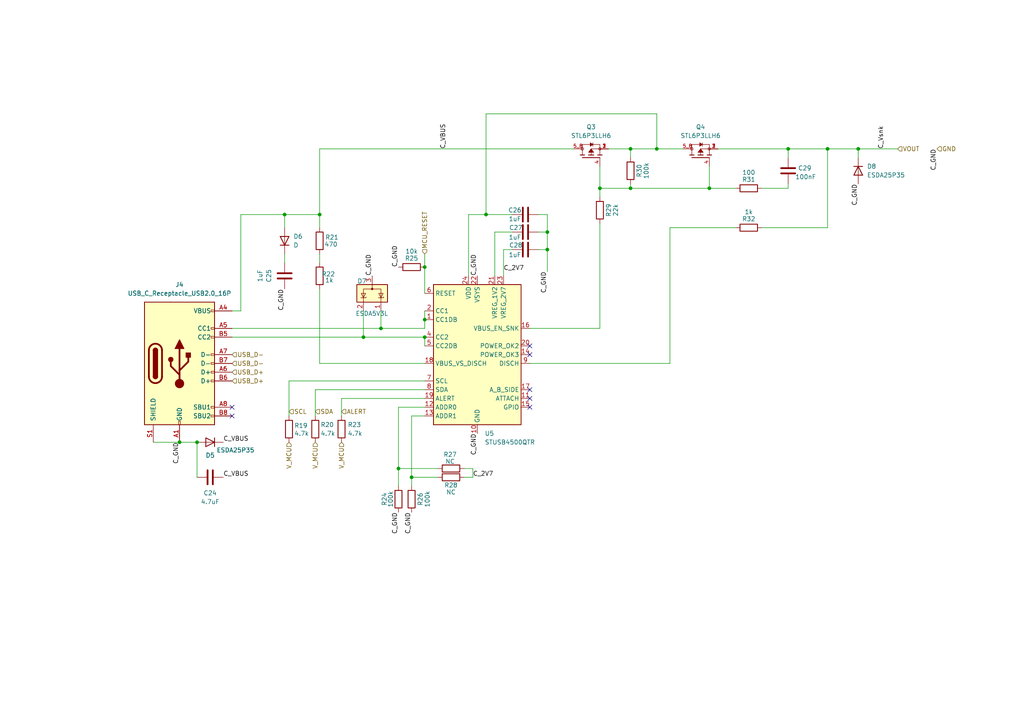
<source format=kicad_sch>
(kicad_sch (version 20250114) (generator "eeschema") (generator_version "9.0")
  (paper "A4")
  (lib_symbols
    (symbol "Connector:USB_C_Receptacle_USB2.0_16P" (pin_names (offset 1.016))
      (property "Reference" "J" (at 0 22.225 0))
      (property "Value" "USB_C_Receptacle_USB2.0_16P" (at 0 19.685 0))
      (symbol "USB_C_Receptacle_USB2.0_16P_0_0"
        (rectangle (start -0.254 -17.78) (end 0.254 -16.764))
        (rectangle (start 10.16 15.494) (end 9.144 14.986))
        (rectangle (start 10.16 10.414) (end 9.144 9.906))
        (rectangle (start 10.16 7.874) (end 9.144 7.366))
        (rectangle (start 10.16 2.794) (end 9.144 2.286))
        (rectangle (start 10.16 0.254) (end 9.144 -0.254))
        (rectangle (start 10.16 -2.286) (end 9.144 -2.794))
        (rectangle (start 10.16 -4.826) (end 9.144 -5.334))
        (rectangle (start 10.16 -12.446) (end 9.144 -12.954))
        (rectangle (start 10.16 -14.986) (end 9.144 -15.494))
      )
      (symbol "USB_C_Receptacle_USB2.0_16P_0_1"
        (rectangle (start -10.16 17.78) (end 10.16 -17.78) (stroke (width 0.254)) (fill (type background)))
        (polyline (pts (xy -8.89 -3.81) (xy -8.89 3.81)) (stroke (width 0.508)))
        (rectangle (start -7.62 -3.81) (end -6.35 3.81) (stroke (width 0.254)) (fill (type outline)))
        (arc (start -7.62 3.81) (mid -6.985 4.4423) (end -6.35 3.81) (stroke (width 0.254)))
        (arc (start -7.62 3.81) (mid -6.985 4.4423) (end -6.35 3.81) (stroke (width 0.254)) (fill (type outline)))
        (arc (start -8.89 3.81) (mid -6.985 5.7067) (end -5.08 3.81) (stroke (width 0.508)))
        (arc (start -5.08 -3.81) (mid -6.985 -5.7067) (end -8.89 -3.81) (stroke (width 0.508)))
        (arc (start -6.35 -3.81) (mid -6.985 -4.4423) (end -7.62 -3.81) (stroke (width 0.254)))
        (arc (start -6.35 -3.81) (mid -6.985 -4.4423) (end -7.62 -3.81) (stroke (width 0.254)) (fill (type outline)))
        (polyline (pts (xy -5.08 3.81) (xy -5.08 -3.81)) (stroke (width 0.508)))
        (circle (center -2.54 1.143) (radius 0.635) (stroke (width 0.254)) (fill (type outline)))
        (polyline (pts (xy -1.27 4.318) (xy 0 6.858) (xy 1.27 4.318) (xy -1.27 4.318)) (stroke (width 0.254)) (fill (type outline)))
        (polyline (pts (xy 0 -2.032) (xy 2.54 0.508) (xy 2.54 1.778)) (stroke (width 0.508)))
        (polyline (pts (xy 0 -3.302) (xy -2.54 -0.762) (xy -2.54 0.508)) (stroke (width 0.508)))
        (polyline (pts (xy 0 -5.842) (xy 0 4.318)) (stroke (width 0.508)))
        (circle (center 0 -5.842) (radius 1.27) (fill (type outline)))
        (rectangle (start 1.905 1.778) (end 3.175 3.048) (stroke (width 0.254)) (fill (type outline)))
      )
      (symbol "USB_C_Receptacle_USB2.0_16P_1_1"
        (pin passive line (at -7.62 -22.86 90) (length 5.08) (name "SHIELD") (number "S1"))
        (pin passive line (at 0 -22.86 90) (length 5.08) (name "GND") (number "A1"))
        (pin passive line (at 0 -22.86 90) (length 5.08) (hide yes) (name "GND") (number "A12"))
        (pin passive line (at 0 -22.86 90) (length 5.08) (hide yes) (name "GND") (number "B1"))
        (pin passive line (at 0 -22.86 90) (length 5.08) (hide yes) (name "GND") (number "B12"))
        (pin passive line (at 15.24 15.24 180) (length 5.08) (name "VBUS") (number "A4"))
        (pin passive line (at 15.24 15.24 180) (length 5.08) (hide yes) (name "VBUS") (number "A9"))
        (pin passive line (at 15.24 15.24 180) (length 5.08) (hide yes) (name "VBUS") (number "B4"))
        (pin passive line (at 15.24 15.24 180) (length 5.08) (hide yes) (name "VBUS") (number "B9"))
        (pin bidirectional line (at 15.24 10.16 180) (length 5.08) (name "CC1") (number "A5"))
        (pin bidirectional line (at 15.24 7.62 180) (length 5.08) (name "CC2") (number "B5"))
        (pin bidirectional line (at 15.24 2.54 180) (length 5.08) (name "D-") (number "A7"))
        (pin bidirectional line (at 15.24 0 180) (length 5.08) (name "D-") (number "B7"))
        (pin bidirectional line (at 15.24 -2.54 180) (length 5.08) (name "D+") (number "A6"))
        (pin bidirectional line (at 15.24 -5.08 180) (length 5.08) (name "D+") (number "B6"))
        (pin bidirectional line (at 15.24 -12.7 180) (length 5.08) (name "SBU1") (number "A8"))
        (pin bidirectional line (at 15.24 -15.24 180) (length 5.08) (name "SBU2") (number "B8"))
      )
    )
    (symbol "Device:C" (pin_numbers (hide yes)) (pin_names (offset 0.254))
      (property "Reference" "C" (at 0.635 2.54 0))
      (property "Value" "C" (at 0.635 -2.54 0))
      (symbol "C_0_1"
        (polyline (pts (xy -2.032 0.762) (xy 2.032 0.762)) (stroke (width 0.508)))
        (polyline (pts (xy -2.032 -0.762) (xy 2.032 -0.762)) (stroke (width 0.508)))
      )
      (symbol "C_1_1"
        (pin passive line (at 0 3.81 270) (length 2.794) (name "~") (number "1"))
        (pin passive line (at 0 -3.81 90) (length 2.794) (name "~") (number "2"))
      )
    )
    (symbol "Device:D" (pin_numbers (hide yes)) (pin_names (offset 1.016) (hide yes))
      (property "Reference" "D" (at 0 2.54 0))
      (property "Value" "D" (at 0 -2.54 0))
      (symbol "D_0_1"
        (polyline (pts (xy -1.27 1.27) (xy -1.27 -1.27)) (stroke (width 0.254)))
        (polyline (pts (xy 1.27 1.27) (xy 1.27 -1.27) (xy -1.27 0) (xy 1.27 1.27)) (stroke (width 0.254)))
        (polyline (pts (xy 1.27 0) (xy -1.27 0)))
      )
      (symbol "D_1_1"
        (pin passive line (at -3.81 0 0) (length 2.54) (name "K") (number "1"))
        (pin passive line (at 3.81 0 180) (length 2.54) (name "A") (number "2"))
      )
    )
    (symbol "Device:R" (pin_numbers (hide yes)) (pin_names (offset 0))
      (property "Reference" "R" (at 2.032 0 90))
      (property "Value" "R" (at 0 0 90))
      (symbol "R_0_1"
        (rectangle (start -1.016 -2.54) (end 1.016 2.54) (stroke (width 0.254)))
      )
      (symbol "R_1_1"
        (pin passive line (at 0 3.81 270) (length 1.27) (name "~") (number "1"))
        (pin passive line (at 0 -3.81 90) (length 1.27) (name "~") (number "2"))
      )
    )
    (symbol "Interface_USB:STUSB4500QTR"
      (property "Reference" "U" (at -12.7 21.59 0))
      (property "Value" "STUSB4500QTR" (at 8.89 -21.59 0))
      (symbol "STUSB4500QTR_0_1"
        (rectangle (start -12.7 20.32) (end 12.7 -20.32) (stroke (width 0.254)) (fill (type background)))
      )
      (symbol "STUSB4500QTR_1_1"
        (pin input line (at -15.24 17.78 0) (length 2.54) (name "RESET") (number "6"))
        (pin bidirectional line (at -15.24 12.7 0) (length 2.54) (name "CC1") (number "2"))
        (pin bidirectional line (at -15.24 10.16 0) (length 2.54) (name "CC1DB") (number "1"))
        (pin bidirectional line (at -15.24 5.08 0) (length 2.54) (name "CC2") (number "4"))
        (pin bidirectional line (at -15.24 2.54 0) (length 2.54) (name "CC2DB") (number "5"))
        (pin input line (at -15.24 -2.54 0) (length 2.54) (name "VBUS_VS_DISCH") (number "18"))
        (pin input line (at -15.24 -7.62 0) (length 2.54) (name "SCL") (number "7"))
        (pin bidirectional line (at -15.24 -10.16 0) (length 2.54) (name "SDA") (number "8"))
        (pin open_collector line (at -15.24 -12.7 0) (length 2.54) (name "ALERT") (number "19"))
        (pin input line (at -15.24 -15.24 0) (length 2.54) (name "ADDR0") (number "12"))
        (pin input line (at -15.24 -17.78 0) (length 2.54) (name "ADDR1") (number "13"))
        (pin no_connect line (at -12.7 15.24 0) (length 2.54) (hide yes) (name "NC") (number "3"))
        (pin power_in line (at -2.54 22.86 270) (length 2.54) (name "VDD") (number "24"))
        (pin power_in line (at 0 22.86 270) (length 2.54) (name "VSYS") (number "22"))
        (pin power_in line (at 0 -22.86 90) (length 2.54) (name "GND") (number "10"))
        (pin passive line (at 0 -22.86 90) (length 2.54) (hide yes) (name "GND") (number "25"))
        (pin power_out line (at 5.08 22.86 270) (length 2.54) (name "VREG_1V2") (number "21"))
        (pin power_out line (at 7.62 22.86 270) (length 2.54) (name "VREG_2V7") (number "23"))
        (pin open_collector line (at 15.24 7.62 180) (length 2.54) (name "VBUS_EN_SNK") (number "16"))
        (pin open_collector line (at 15.24 2.54 180) (length 2.54) (name "POWER_OK2") (number "20"))
        (pin open_collector line (at 15.24 0 180) (length 2.54) (name "POWER_OK3") (number "14"))
        (pin bidirectional line (at 15.24 -2.54 180) (length 2.54) (name "DISCH") (number "9"))
        (pin open_collector line (at 15.24 -10.16 180) (length 2.54) (name "A_B_SIDE") (number "17"))
        (pin open_collector line (at 15.24 -12.7 180) (length 2.54) (name "ATTACH") (number "11"))
        (pin open_collector line (at 15.24 -15.24 180) (length 2.54) (name "GPIO") (number "15"))
      )
    )
    (symbol "Power_Protection:ESDA5V3L" (pin_names (hide yes))
      (property "Reference" "D" (at 5.715 2.54 0))
      (property "Value" "ESDA5V3L" (at 5.715 0.635 0))
      (symbol "ESDA5V3L_0_0"
        (pin passive line (at 0 -5.08 90) (length 2.54) (name "A") (number "3"))
      )
      (symbol "ESDA5V3L_0_1"
        (rectangle (start -4.445 2.54) (end 4.445 -2.54) (stroke (width 0.254)) (fill (type background)))
        (polyline (pts (xy -3.302 1.016) (xy -3.302 1.27) (xy -1.905 1.27) (xy -1.778 1.27)))
        (polyline (pts (xy -2.54 2.54) (xy -2.54 1.27)))
        (polyline (pts (xy -2.54 1.27) (xy -2.54 -1.27) (xy 2.54 -1.27) (xy 2.54 1.27)))
        (polyline (pts (xy -2.54 1.27) (xy -1.905 0) (xy -3.175 0) (xy -2.54 1.27)))
        (polyline (pts (xy 0 -1.27) (xy 0 -2.54)))
        (circle (center 0 -1.27) (radius 0.254) (fill (type outline)))
        (polyline (pts (xy 1.778 1.016) (xy 1.778 1.27) (xy 3.175 1.27) (xy 3.302 1.27)))
        (polyline (pts (xy 2.54 2.54) (xy 2.54 1.27)))
        (polyline (pts (xy 2.54 1.27) (xy 1.905 0) (xy 3.175 0) (xy 2.54 1.27)))
      )
      (symbol "ESDA5V3L_1_1"
        (pin passive line (at -2.54 5.08 270) (length 2.54) (name "K") (number "1"))
        (pin passive line (at 2.54 5.08 270) (length 2.54) (name "K") (number "2"))
      )
    )
    (symbol "STL6P3LLH6:STL6P3LLH6" (pin_names (offset 1.016))
      (property "Reference" "Q" (at -8.89 3.81 0))
      (property "Value" "STL6P3LLH6" (at -8.89 -6.35 0))
      (symbol "STL6P3LLH6_0_0"
        (polyline (pts (xy 0 -2.54) (xy 0 2.54)) (stroke (width 0.254)))
        (polyline (pts (xy 0.762 2.54) (xy 0.762 3.175)) (stroke (width 0.254)))
        (polyline (pts (xy 0.762 1.905) (xy 0.762 2.54)) (stroke (width 0.254)))
        (polyline (pts (xy 0.762 0) (xy 0.762 0.762)) (stroke (width 0.254)))
        (polyline (pts (xy 0.762 0) (xy 2.54 0)) (stroke (width 0.1524)))
        (polyline (pts (xy 0.762 -0.762) (xy 0.762 0)) (stroke (width 0.254)))
        (polyline (pts (xy 0.762 -2.54) (xy 0.762 -1.905)) (stroke (width 0.254)))
        (polyline (pts (xy 0.762 -2.54) (xy 3.81 -2.54)) (stroke (width 0.1524)))
        (polyline (pts (xy 0.762 -3.175) (xy 0.762 -2.54)) (stroke (width 0.254)))
        (polyline (pts (xy 2.54 2.54) (xy 0.762 2.54)) (stroke (width 0.1524)))
        (polyline (pts (xy 2.54 2.54) (xy 3.81 2.54)) (stroke (width 0.1524)))
        (circle (center 2.54 2.54) (radius 0.3592))
        (polyline (pts (xy 2.54 0) (xy 2.54 2.54)) (stroke (width 0.1524)))
        (polyline (pts (xy 2.54 0) (xy 1.524 0.762) (xy 1.524 -0.762) (xy 2.54 0)) (stroke (width 0.1524)) (fill (type outline)))
        (circle (center 2.54 -2.54) (radius 0.3592))
        (polyline (pts (xy 3.302 0.508) (xy 3.81 0.508)) (stroke (width 0.1524)))
        (polyline (pts (xy 3.81 0.508) (xy 3.81 2.54)) (stroke (width 0.1524)))
        (polyline (pts (xy 3.81 0.508) (xy 4.318 0.508)) (stroke (width 0.1524)))
        (polyline (pts (xy 3.81 0.508) (xy 4.318 -0.254) (xy 3.302 -0.254) (xy 3.81 0.508)) (stroke (width 0.1524)) (fill (type outline)))
        (polyline (pts (xy 3.81 -2.54) (xy 3.81 0.508)) (stroke (width 0.1524)))
        (pin passive line (at -2.54 2.54 0) (length 2.54) (name "~") (number "4"))
        (pin passive line (at 2.54 5.08 270) (length 2.54) (name "~") (number "1"))
        (pin passive line (at 2.54 5.08 270) (length 2.54) (name "~") (number "2"))
        (pin passive line (at 2.54 5.08 270) (length 2.54) (name "~") (number "3"))
        (pin passive line (at 2.54 -5.08 90) (length 2.54) (name "~") (number "5_8"))
      )
    )
  )
  (junction (at 105.41 97.79))
  (junction (at 190.5 43.18))
  (junction (at 140.97 62.23))
  (junction (at 173.99 54.61))
  (junction (at 123.19 77.47))
  (junction (at 57.15 128.27))
  (junction (at 182.88 54.61))
  (junction (at 158.75 72.39))
  (junction (at 248.92 43.18))
  (junction (at 123.19 92.71))
  (junction (at 240.03 43.18))
  (junction (at 228.6 43.18))
  (junction (at 205.74 54.61))
  (junction (at 123.19 97.79))
  (junction (at 158.75 67.31))
  (junction (at 92.71 62.23))
  (junction (at 115.57 135.89))
  (junction (at 182.88 43.18))
  (junction (at 52.07 128.27))
  (junction (at 82.55 62.23))
  (junction (at 119.38 138.43))
  (junction (at 110.49 95.25))
  (no_connect (at 153.67 113.03))
  (no_connect (at 153.67 100.33))
  (no_connect (at 153.67 115.57))
  (no_connect (at 67.31 118.11))
  (no_connect (at 153.67 118.11))
  (no_connect (at 153.67 102.87))
  (no_connect (at 67.31 120.65))
  (wire (pts (xy 140.97 62.23) (xy 148.59 62.23)))
  (wire (pts (xy 123.19 105.41) (xy 92.71 105.41)))
  (wire (pts (xy 182.88 43.18) (xy 182.88 45.72)))
  (wire (pts (xy 110.49 90.17) (xy 110.49 95.25)))
  (wire (pts (xy 99.06 115.57) (xy 123.19 115.57)))
  (wire (pts (xy 182.88 54.61) (xy 205.74 54.61)))
  (wire (pts (xy 153.67 105.41) (xy 194.31 105.41)))
  (wire (pts (xy 91.44 113.03) (xy 91.44 120.65)))
  (wire (pts (xy 208.28 43.18) (xy 228.6 43.18)))
  (wire (pts (xy 67.31 97.79) (xy 105.41 97.79)))
  (wire (pts (xy 119.38 120.65) (xy 123.19 120.65)))
  (wire (pts (xy 146.05 80.01) (xy 146.05 72.39)))
  (wire (pts (xy 83.82 110.49) (xy 123.19 110.49)))
  (wire (pts (xy 190.5 43.18) (xy 198.12 43.18)))
  (wire (pts (xy 220.98 54.61) (xy 228.6 54.61)))
  (wire (pts (xy 82.55 62.23) (xy 82.55 66.04)))
  (wire (pts (xy 119.38 120.65) (xy 119.38 138.43)))
  (wire (pts (xy 69.85 62.23) (xy 69.85 90.17)))
  (wire (pts (xy 158.75 72.39) (xy 158.75 78.74)))
  (wire (pts (xy 248.92 45.72) (xy 248.92 43.18)))
  (wire (pts (xy 173.99 64.77) (xy 173.99 95.25)))
  (wire (pts (xy 92.71 105.41) (xy 92.71 83.82)))
  (wire (pts (xy 173.99 54.61) (xy 182.88 54.61)))
  (wire (pts (xy 240.03 43.18) (xy 228.6 43.18)))
  (wire (pts (xy 105.41 90.17) (xy 105.41 97.79)))
  (wire (pts (xy 123.19 77.47) (xy 123.19 85.09)))
  (wire (pts (xy 127 138.43) (xy 119.38 138.43)))
  (wire (pts (xy 156.21 67.31) (xy 158.75 67.31)))
  (wire (pts (xy 82.55 73.66) (xy 82.55 76.2)))
  (wire (pts (xy 182.88 54.61) (xy 182.88 53.34)))
  (wire (pts (xy 92.71 73.66) (xy 92.71 76.2)))
  (wire (pts (xy 134.62 135.89) (xy 137.16 135.89)))
  (wire (pts (xy 110.49 95.25) (xy 123.19 95.25)))
  (wire (pts (xy 135.89 62.23) (xy 140.97 62.23)))
  (wire (pts (xy 173.99 54.61) (xy 173.99 57.15)))
  (wire (pts (xy 99.06 115.57) (xy 99.06 120.65)))
  (wire (pts (xy 220.98 66.04) (xy 240.03 66.04)))
  (wire (pts (xy 115.57 135.89) (xy 127 135.89)))
  (wire (pts (xy 67.31 95.25) (xy 110.49 95.25)))
  (wire (pts (xy 140.97 62.23) (xy 140.97 33.02)))
  (wire (pts (xy 92.71 43.18) (xy 92.71 62.23)))
  (wire (pts (xy 119.38 138.43) (xy 119.38 140.97)))
  (wire (pts (xy 123.19 73.66) (xy 123.19 77.47)))
  (wire (pts (xy 69.85 90.17) (xy 67.31 90.17)))
  (wire (pts (xy 137.16 135.89) (xy 137.16 138.43)))
  (wire (pts (xy 115.57 135.89) (xy 115.57 140.97)))
  (wire (pts (xy 82.55 62.23) (xy 69.85 62.23)))
  (wire (pts (xy 115.57 118.11) (xy 115.57 135.89)))
  (wire (pts (xy 158.75 62.23) (xy 158.75 67.31)))
  (wire (pts (xy 173.99 48.26) (xy 173.99 54.61)))
  (wire (pts (xy 146.05 72.39) (xy 148.59 72.39)))
  (wire (pts (xy 228.6 43.18) (xy 228.6 45.72)))
  (wire (pts (xy 205.74 54.61) (xy 205.74 48.26)))
  (wire (pts (xy 228.6 54.61) (xy 228.6 53.34)))
  (wire (pts (xy 92.71 43.18) (xy 166.37 43.18)))
  (wire (pts (xy 194.31 105.41) (xy 194.31 66.04)))
  (wire (pts (xy 194.31 66.04) (xy 213.36 66.04)))
  (wire (pts (xy 158.75 67.31) (xy 158.75 72.39)))
  (wire (pts (xy 44.45 128.27) (xy 52.07 128.27)))
  (wire (pts (xy 143.51 67.31) (xy 148.59 67.31)))
  (wire (pts (xy 115.57 118.11) (xy 123.19 118.11)))
  (wire (pts (xy 143.51 80.01) (xy 143.51 67.31)))
  (wire (pts (xy 123.19 97.79) (xy 123.19 100.33)))
  (wire (pts (xy 123.19 90.17) (xy 123.19 92.71)))
  (wire (pts (xy 190.5 43.18) (xy 182.88 43.18)))
  (wire (pts (xy 92.71 62.23) (xy 82.55 62.23)))
  (wire (pts (xy 156.21 72.39) (xy 158.75 72.39)))
  (wire (pts (xy 83.82 120.65) (xy 83.82 110.49)))
  (wire (pts (xy 248.92 43.18) (xy 260.35 43.18)))
  (wire (pts (xy 52.07 128.27) (xy 57.15 128.27)))
  (wire (pts (xy 135.89 80.01) (xy 135.89 62.23)))
  (wire (pts (xy 91.44 113.03) (xy 123.19 113.03)))
  (wire (pts (xy 57.15 128.27) (xy 57.15 138.43)))
  (wire (pts (xy 92.71 62.23) (xy 92.71 66.04)))
  (wire (pts (xy 156.21 62.23) (xy 158.75 62.23)))
  (wire (pts (xy 105.41 97.79) (xy 123.19 97.79)))
  (wire (pts (xy 140.97 33.02) (xy 190.5 33.02)))
  (wire (pts (xy 190.5 33.02) (xy 190.5 43.18)))
  (wire (pts (xy 205.74 54.61) (xy 213.36 54.61)))
  (wire (pts (xy 173.99 95.25) (xy 153.67 95.25)))
  (wire (pts (xy 176.53 43.18) (xy 182.88 43.18)))
  (wire (pts (xy 240.03 66.04) (xy 240.03 43.18)))
  (wire (pts (xy 240.03 43.18) (xy 248.92 43.18)))
  (wire (pts (xy 137.16 138.43) (xy 134.62 138.43)))
  (wire (pts (xy 123.19 95.25) (xy 123.19 92.71)))
  (label "C_VBUS" (at 64.77 138.43 0))
  (label "C_2V7" (at 137.16 138.43 0))
  (label "C_GND" (at 248.92 53.34 270))
  (label "C_GND" (at 115.57 148.59 270))
  (label "C_GND" (at 52.07 128.27 270))
  (label "C_GND" (at 138.43 80.01 90))
  (label "C_GND" (at 158.75 78.74 270))
  (label "C_VBUS" (at 64.77 128.27 0))
  (label "C_GND" (at 138.43 125.73 270))
  (label "C_VBUS" (at 129.54 43.18 90))
  (label "C_Vsnk" (at 256.54 43.18 90))
  (label "C_GND" (at 82.55 83.82 270))
  (label "C_2V7" (at 146.05 78.74 0))
  (label "C_GND" (at 271.78 43.18 270))
  (label "C_GND" (at 107.95 80.01 90))
  (label "C_GND" (at 119.38 148.59 270))
  (label "C_GND" (at 115.57 77.47 90))
  (hierarchical_label "VOUT" (shape input) (at 260.35 43.18 0))
  (hierarchical_label "USB_D+" (shape input) (at 67.31 107.95 0))
  (hierarchical_label "USB_D-" (shape input) (at 67.31 105.41 0))
  (hierarchical_label "SDA" (shape input) (at 91.44 119.38 0))
  (hierarchical_label "SCL" (shape input) (at 83.82 119.38 0))
  (hierarchical_label "V_MCU" (shape input) (at 91.44 128.27 270))
  (hierarchical_label "V_MCU" (shape input) (at 99.06 128.27 270))
  (hierarchical_label "V_MCU" (shape input) (at 83.82 128.27 270))
  (hierarchical_label "ALERT" (shape input) (at 99.06 119.38 0))
  (hierarchical_label "MCU_RESET" (shape input) (at 123.19 73.66 90))
  (hierarchical_label "USB_D+" (shape input) (at 67.31 110.49 0))
  (hierarchical_label "USB_D-" (shape input) (at 67.31 102.87 0))
  (hierarchical_label "GND" (shape input) (at 271.78 43.18 0))
  (symbol (lib_id "Device:R") (at 91.44 124.46 0) (unit 1)
    (property "Reference" "R9" (at 92.964 123.19 0) (effects (justify left)))
    (property "Value" "4.7k" (at 92.964 125.73 0) (effects (justify left)))
    (property "Description" "Resistor" (effects (hide yes)))
    (instances (project "PDSU" (path "" (reference "R20") (unit 1)) (path "" (reference "R9") (unit 1)) (path "" (reference "R34") (unit 1)) (path "" (reference "R48") (unit 1))))
  )
  (symbol (lib_id "Device:C") (at 152.4 67.31 90) (unit 1)
    (property "Reference" "C21" (at 149.606 66.04 90))
    (property "Value" "1uF" (at 149.352 68.834 90))
    (property "Description" "Unpolarized capacitor" (effects (hide yes)))
    (instances (project "PDSU" (path "" (reference "C27") (unit 1)) (path "" (reference "C21") (unit 1)) (path "" (reference "C33") (unit 1)) (path "" (reference "C39") (unit 1))))
  )
  (symbol (lib_id "Device:R") (at 83.82 124.46 0) (unit 1)
    (property "Reference" "R18" (at 85.344 123.444 0) (effects (justify left)))
    (property "Value" "4.7k" (at 85.344 125.73 0) (effects (justify left)))
    (property "Description" "Resistor" (effects (hide yes)))
    (instances (project "PDSU" (path "" (reference "R19") (unit 1)) (path "" (reference "R18") (unit 1)) (path "" (reference "R33") (unit 1)) (path "" (reference "R47") (unit 1))))
  )
  (symbol (lib_id "Device:C") (at 82.55 80.01 180) (unit 1)
    (property "Reference" "C19" (at 77.978 80.01 90))
    (property "Value" "1uF" (at 75.438 80.01 90))
    (property "Description" "Unpolarized capacitor" (effects (hide yes)))
    (instances (project "PDSU" (path "" (reference "C25") (unit 1)) (path "" (reference "C19") (unit 1)) (path "" (reference "C31") (unit 1)) (path "" (reference "C37") (unit 1))))
  )
  (symbol (lib_id "STL6P3LLH6:STL6P3LLH6") (at 171.45 45.72 270) (mirror x) (unit 1)
    (property "Reference" "Q" (at 171.45 36.83 90))
    (property "Value" "STL6P3LLH6" (at 171.45 39.37 90))
    (property "Footprint" "STL6P3LLH6:TRANS_STL6P3LLH6" (effects (hide yes)))
    (property "MF" "STMicroelectronics" (effects (hide yes)))
    (property "MAXIMUM_PACKAGE_HEIGHT" "0.9 mm" (effects (hide yes)))
    (property "Package" "None" (effects (hide yes)))
    (property "Price" "None" (effects (hide yes)))
    (property "Check_prices" "https://www.snapeda.com/parts/STL6P3LLH6/STMicroelectronics/view-part/?ref=eda" (effects (hide yes)))
    (property "STANDARD" "Manufacturer Recommendations" (effects (hide yes)))
    (property "PARTREV" "4" (effects (hide yes)))
    (property "SnapEDA_Link" "https://www.snapeda.com/parts/STL6P3LLH6/STMicroelectronics/view-part/?ref=snap" (effects (hide yes)))
    (property "MP" "STL6P3LLH6" (effects (hide yes)))
    (property "Description_1" "P-Channel 30 V 6A (Tc) 2.9W (Tc) Surface Mount PowerFlat™ (3.3x3.3)" (effects (hide yes)))
    (property "Availability" "In Stock" (effects (hide yes)))
    (property "MANUFACTURER" "STMicroelectronics" (effects (hide yes)))
    (instances (project "PDSU" (path "" (reference "Q3") (unit 1)) (path "" (reference "Q5") (unit 1)) (path "" (reference "Q7") (unit 1))))
  )
  (symbol (lib_id "Device:R") (at 173.99 60.96 180) (unit 1)
    (property "Reference" "R14" (at 176.53 60.96 90))
    (property "Value" "22k" (at 178.562 60.96 90))
    (property "Description" "Resistor" (effects (hide yes)))
    (instances (project "PDSU" (path "" (reference "R29") (unit 1)) (path "" (reference "R14") (unit 1)) (path "" (reference "R43") (unit 1)) (path "" (reference "R57") (unit 1))))
  )
  (symbol (lib_id "Interface_USB:STUSB4500QTR") (at 138.43 102.87 0) (unit 1)
    (property "Reference" "U4" (at 140.5733 125.73 0) (effects (justify left)))
    (property "Value" "STUSB4500QTR" (at 140.5733 128.27 0) (effects (justify left)))
    (property "Footprint" "Package_DFN_QFN:QFN-24-1EP_4x4mm_P0.5mm_EP2.7x2.7mm" (effects (hide yes)))
    (property "Datasheet" "https://www.st.com/resource/en/datasheet/stusb4500.pdf" (effects (hide yes)))
    (property "Description" "Stand-alone USB PD controller (with sink Auto-run mode), QFN-24" (effects (hide yes)))
    (instances (project "PDSU" (path "" (reference "U5") (unit 1)) (path "" (reference "U4") (unit 1)) (path "" (reference "U6") (unit 1)) (path "" (reference "U7") (unit 1))))
  )
  (symbol (lib_id "Device:R") (at 217.17 54.61 270) (unit 1)
    (property "Reference" "R16" (at 217.17 52.07 90))
    (property "Value" "100" (at 217.17 50.038 90))
    (property "Description" "Resistor" (effects (hide yes)))
    (instances (project "PDSU" (path "" (reference "R31") (unit 1)) (path "" (reference "R16") (unit 1)) (path "" (reference "R45") (unit 1)) (path "" (reference "R59") (unit 1))))
  )
  (symbol (lib_id "Device:R") (at 92.71 69.85 0) (unit 1)
    (property "Reference" "R1" (at 96.266 68.834 0))
    (property "Value" "470" (at 96.012 70.866 0))
    (property "Description" "Resistor" (effects (hide yes)))
    (instances (project "PDSU" (path "" (reference "R21") (unit 1)) (path "" (reference "R1") (unit 1)) (path "" (reference "R35") (unit 1)) (path "" (reference "R49") (unit 1))))
  )
  (symbol (lib_id "Device:R") (at 130.81 138.43 90) (unit 1)
    (property "Reference" "R12" (at 130.81 140.716 90))
    (property "Value" "NC" (at 130.81 142.748 90))
    (property "Description" "Resistor" (effects (hide yes)))
    (instances (project "PDSU" (path "" (reference "R28") (unit 1)) (path "" (reference "R12") (unit 1)) (path "" (reference "R42") (unit 1)) (path "" (reference "R56") (unit 1))))
  )
  (symbol (lib_id "Connector:USB_C_Receptacle_USB2.0_16P") (at 52.07 105.41 0) (unit 1)
    (property "Reference" "J3" (at 52.07 82.55 0))
    (property "Value" "USB_C_Receptacle_USB2.0_16P" (at 52.07 85.09 0))
    (property "Datasheet" "https://www.usb.org/sites/default/files/documents/usb_type-c.zip" (effects (hide yes)))
    (property "Description" "USB 2.0-only 16P Type-C Receptacle connector" (effects (hide yes)))
    (instances (project "PDSU" (path "" (reference "J4") (unit 1)) (path "" (reference "J3") (unit 1)) (path "" (reference "J5") (unit 1)) (path "" (reference "J6") (unit 1))))
  )
  (symbol (lib_id "STL6P3LLH6:STL6P3LLH6") (at 203.2 45.72 270) (mirror x) (unit 1)
    (property "Reference" "Q2" (at 203.2 36.83 90))
    (property "Value" "STL6P3LLH6" (at 203.2 39.37 90))
    (property "Footprint" "STL6P3LLH6:TRANS_STL6P3LLH6" (effects (hide yes)))
    (property "MF" "STMicroelectronics" (effects (hide yes)))
    (property "MAXIMUM_PACKAGE_HEIGHT" "0.9 mm" (effects (hide yes)))
    (property "Package" "None" (effects (hide yes)))
    (property "Price" "None" (effects (hide yes)))
    (property "Check_prices" "https://www.snapeda.com/parts/STL6P3LLH6/STMicroelectronics/view-part/?ref=eda" (effects (hide yes)))
    (property "STANDARD" "Manufacturer Recommendations" (effects (hide yes)))
    (property "PARTREV" "4" (effects (hide yes)))
    (property "SnapEDA_Link" "https://www.snapeda.com/parts/STL6P3LLH6/STMicroelectronics/view-part/?ref=snap" (effects (hide yes)))
    (property "MP" "STL6P3LLH6" (effects (hide yes)))
    (property "Description_1" "P-Channel 30 V 6A (Tc) 2.9W (Tc) Surface Mount PowerFlat™ (3.3x3.3)" (effects (hide yes)))
    (property "Availability" "In Stock" (effects (hide yes)))
    (property "MANUFACTURER" "STMicroelectronics" (effects (hide yes)))
    (instances (project "PDSU" (path "" (reference "Q4") (unit 1)) (path "" (reference "Q2") (unit 1)) (path "" (reference "Q6") (unit 1)) (path "" (reference "Q8") (unit 1))))
  )
  (symbol (lib_id "Device:R") (at 217.17 66.04 270) (unit 1)
    (property "Reference" "R17" (at 217.17 63.5 90))
    (property "Value" "1k" (at 217.17 61.468 90))
    (property "Description" "Resistor" (effects (hide yes)))
    (instances (project "PDSU" (path "" (reference "R32") (unit 1)) (path "" (reference "R17") (unit 1)) (path "" (reference "R46") (unit 1)) (path "" (reference "R60") (unit 1))))
  )
  (symbol (lib_id "Power_Protection:ESDA5V3L") (at 107.95 85.09 180) (unit 1)
    (property "Reference" "D" (at 103.632 81.534 0) (effects (justify right)))
    (property "Value" "ESDA5V3L" (at 103.124 90.932 0) (effects (justify right)))
    (property "Footprint" "Package_TO_SOT_SMD:SOT-23-3" (effects (hide yes)))
    (property "Datasheet" "https://www.st.com/resource/en/datasheet/esdal.pdf" (effects (hide yes)))
    (property "Description" "TVS Diode Array, 5.5V Standoff, 2 Channels, SOT23" (effects (hide yes)))
    (instances (project "PDSU" (path "" (reference "D7") (unit 1)) (path "" (reference "D11") (unit 1)) (path "" (reference "D15") (unit 1))))
  )
  (symbol (lib_id "Device:R") (at 115.57 144.78 180) (unit 1)
    (property "Reference" "R" (at 111.506 144.78 90))
    (property "Value" "100k" (at 113.284 144.78 90))
    (property "Description" "Resistor" (effects (hide yes)))
    (instances (project "PDSU" (path "" (reference "R24") (unit 1)) (path "" (reference "R38") (unit 1)) (path "" (reference "R52") (unit 1))))
  )
  (symbol (lib_id "Device:C") (at 60.96 138.43 270) (unit 1)
    (property "Reference" "C" (at 60.96 143.002 90))
    (property "Value" "4.7uF" (at 60.96 145.542 90))
    (property "Description" "Unpolarized capacitor" (effects (hide yes)))
    (instances (project "PDSU" (path "" (reference "C24") (unit 1)) (path "" (reference "C30") (unit 1)) (path "" (reference "C36") (unit 1))))
  )
  (symbol (lib_id "Device:C") (at 152.4 62.23 90) (unit 1)
    (property "Reference" "C20" (at 149.352 60.96 90))
    (property "Value" "1uF" (at 149.352 63.5 90))
    (property "Description" "Unpolarized capacitor" (effects (hide yes)))
    (instances (project "PDSU" (path "" (reference "C26") (unit 1)) (path "" (reference "C20") (unit 1)) (path "" (reference "C32") (unit 1)) (path "" (reference "C38") (unit 1))))
  )
  (symbol (lib_id "Device:R") (at 119.38 144.78 180) (unit 1)
    (property "Reference" "R10" (at 121.92 144.78 90))
    (property "Value" "100k" (at 123.952 144.78 90))
    (property "Description" "Resistor" (effects (hide yes)))
    (instances (project "PDSU" (path "" (reference "R26") (unit 1)) (path "" (reference "R10") (unit 1)) (path "" (reference "R40") (unit 1)) (path "" (reference "R54") (unit 1))))
  )
  (symbol (lib_id "Device:R") (at 99.06 124.46 0) (unit 1)
    (property "Reference" "R" (at 100.838 123.19 0) (effects (justify left)))
    (property "Value" "4.7k" (at 100.838 125.73 0) (effects (justify left)))
    (property "Description" "Resistor" (effects (hide yes)))
    (instances (project "PDSU" (path "" (reference "R23") (unit 1)) (path "" (reference "R37") (unit 1)) (path "" (reference "R51") (unit 1))))
  )
  (symbol (lib_id "Device:D") (at 82.55 69.85 90) (unit 1)
    (property "Reference" "D" (at 85.09 68.5799 90) (effects (justify right)))
    (property "Value" "D" (at 85.09 71.1199 90) (effects (justify right)))
    (property "Description" "Diode" (effects (hide yes)))
    (property "Sim.Device" "D" (effects (hide yes)))
    (property "Sim.Pins" "1=K 2=A" (effects (hide yes)))
    (instances (project "PDSU" (path "" (reference "D6") (unit 1)) (path "" (reference "D10") (unit 1)) (path "" (reference "D14") (unit 1))))
  )
  (symbol (lib_id "Device:R") (at 119.38 77.47 270) (unit 1)
    (property "Reference" "R13" (at 119.38 74.93 90))
    (property "Value" "10k" (at 119.38 72.898 90))
    (property "Description" "Resistor" (effects (hide yes)))
    (instances (project "PDSU" (path "" (reference "R25") (unit 1)) (path "" (reference "R13") (unit 1)) (path "" (reference "R39") (unit 1)) (path "" (reference "R53") (unit 1))))
  )
  (symbol (lib_id "Device:R") (at 182.88 49.53 180) (unit 1)
    (property "Reference" "R15" (at 185.42 49.53 90))
    (property "Value" "100k" (at 187.452 49.53 90))
    (property "Description" "Resistor" (effects (hide yes)))
    (instances (project "PDSU" (path "" (reference "R30") (unit 1)) (path "" (reference "R15") (unit 1)) (path "" (reference "R44") (unit 1)) (path "" (reference "R58") (unit 1))))
  )
  (symbol (lib_id "Device:R") (at 130.81 135.89 90) (unit 1)
    (property "Reference" "R11" (at 130.556 131.826 90))
    (property "Value" "NC" (at 130.556 133.858 90))
    (property "Description" "Resistor" (effects (hide yes)))
    (instances (project "PDSU" (path "" (reference "R27") (unit 1)) (path "" (reference "R11") (unit 1)) (path "" (reference "R41") (unit 1)) (path "" (reference "R55") (unit 1))))
  )
  (symbol (lib_id "Device:C") (at 152.4 72.39 90) (unit 1)
    (property "Reference" "C22" (at 149.606 71.12 90))
    (property "Value" "1uF" (at 149.352 73.914 90))
    (property "Description" "Unpolarized capacitor" (effects (hide yes)))
    (instances (project "PDSU" (path "" (reference "C28") (unit 1)) (path "" (reference "C22") (unit 1)) (path "" (reference "C34") (unit 1)) (path "" (reference "C40") (unit 1))))
  )
  (symbol (lib_id "Device:R") (at 92.71 80.01 0) (unit 1)
    (property "Reference" "R4" (at 95.25 79.502 0))
    (property "Value" "1k" (at 95.504 81.28 0))
    (property "Description" "Resistor" (effects (hide yes)))
    (instances (project "PDSU" (path "" (reference "R22") (unit 1)) (path "" (reference "R4") (unit 1)) (path "" (reference "R36") (unit 1)) (path "" (reference "R50") (unit 1))))
  )
  (symbol (lib_id "Device:D") (at 60.96 128.27 180) (unit 1)
    (property "Reference" "D" (at 60.96 132.08 0))
    (property "Value" "ESDA25P35" (at 68.326 130.556 0))
    (property "Description" "Diode" (effects (hide yes)))
    (property "Sim.Device" "D" (effects (hide yes)))
    (property "Sim.Pins" "1=K 2=A" (effects (hide yes)))
    (instances (project "PDSU" (path "" (reference "D5") (unit 1)) (path "" (reference "D9") (unit 1)) (path "" (reference "D13") (unit 1))))
  )
  (symbol (lib_id "Device:D") (at 248.92 49.53 270) (unit 1)
    (property "Reference" "D" (at 251.46 48.2599 90) (effects (justify left)))
    (property "Value" "ESDA25P35" (at 251.46 50.7999 90) (effects (justify left)))
    (property "Description" "Diode" (effects (hide yes)))
    (property "Sim.Device" "D" (effects (hide yes)))
    (property "Sim.Pins" "1=K 2=A" (effects (hide yes)))
    (instances (project "PDSU" (path "" (reference "D8") (unit 1)) (path "" (reference "D12") (unit 1)) (path "" (reference "D16") (unit 1))))
  )
  (symbol (lib_id "Device:C") (at 228.6 49.53 180) (unit 1)
    (property "Reference" "C23" (at 233.426 48.768 0))
    (property "Value" "100nF" (at 233.68 51.308 0))
    (property "Description" "Unpolarized capacitor" (effects (hide yes)))
    (instances (project "PDSU" (path "" (reference "C29") (unit 1)) (path "" (reference "C23") (unit 1)) (path "" (reference "C35") (unit 1)) (path "" (reference "C41") (unit 1))))
  )
)
</source>
